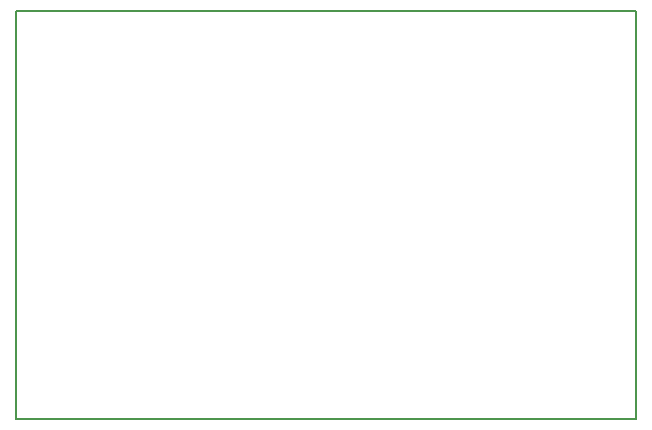
<source format=gm1>
G04 Layer_Color=16711935*
%FSLAX25Y25*%
%MOIN*%
G70*
G01*
G75*
%ADD36C,0.00500*%
D36*
X206500Y0D02*
Y136000D01*
X0Y0D02*
X206500D01*
X0D02*
Y136000D01*
X206500D01*
M02*

</source>
